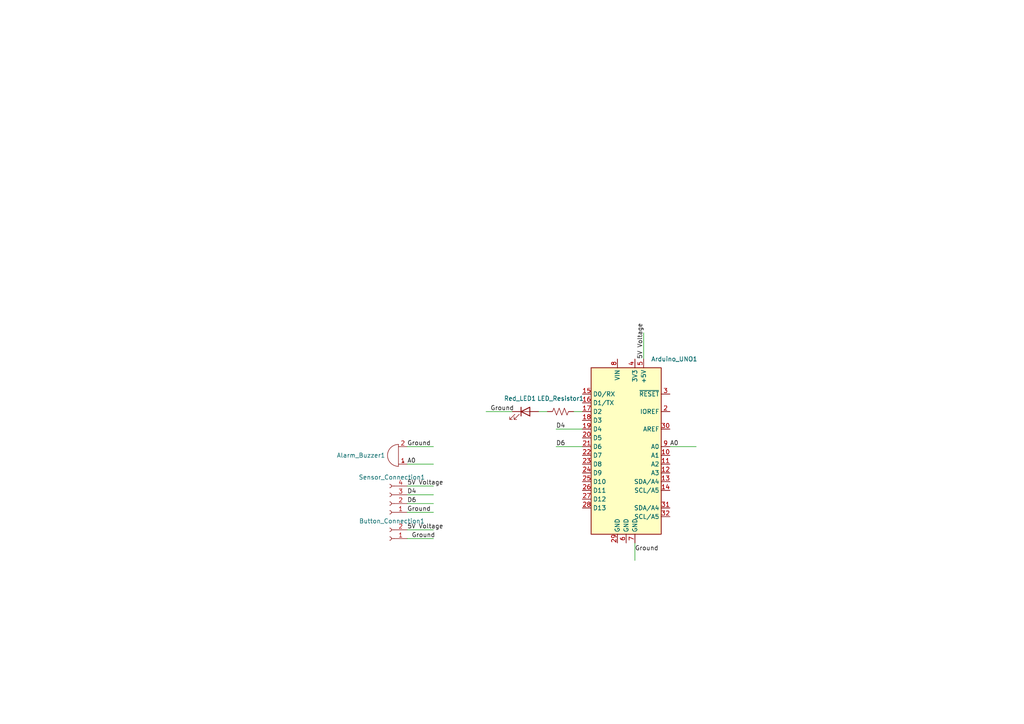
<source format=kicad_sch>
(kicad_sch
	(version 20250114)
	(generator "eeschema")
	(generator_version "9.0")
	(uuid "a511ed54-fefd-4ee7-989f-2d8a051c8b2d")
	(paper "A4")
	(lib_symbols
		(symbol "Connector:Conn_01x02_Socket"
			(pin_names
				(offset 1.016)
				(hide yes)
			)
			(exclude_from_sim no)
			(in_bom yes)
			(on_board yes)
			(property "Reference" "J"
				(at 0 2.54 0)
				(effects
					(font
						(size 1.27 1.27)
					)
				)
			)
			(property "Value" "Conn_01x02_Socket"
				(at 0 -5.08 0)
				(effects
					(font
						(size 1.27 1.27)
					)
				)
			)
			(property "Footprint" ""
				(at 0 0 0)
				(effects
					(font
						(size 1.27 1.27)
					)
					(hide yes)
				)
			)
			(property "Datasheet" "~"
				(at 0 0 0)
				(effects
					(font
						(size 1.27 1.27)
					)
					(hide yes)
				)
			)
			(property "Description" "Generic connector, single row, 01x02, script generated"
				(at 0 0 0)
				(effects
					(font
						(size 1.27 1.27)
					)
					(hide yes)
				)
			)
			(property "ki_locked" ""
				(at 0 0 0)
				(effects
					(font
						(size 1.27 1.27)
					)
				)
			)
			(property "ki_keywords" "connector"
				(at 0 0 0)
				(effects
					(font
						(size 1.27 1.27)
					)
					(hide yes)
				)
			)
			(property "ki_fp_filters" "Connector*:*_1x??_*"
				(at 0 0 0)
				(effects
					(font
						(size 1.27 1.27)
					)
					(hide yes)
				)
			)
			(symbol "Conn_01x02_Socket_1_1"
				(polyline
					(pts
						(xy -1.27 0) (xy -0.508 0)
					)
					(stroke
						(width 0.1524)
						(type default)
					)
					(fill
						(type none)
					)
				)
				(polyline
					(pts
						(xy -1.27 -2.54) (xy -0.508 -2.54)
					)
					(stroke
						(width 0.1524)
						(type default)
					)
					(fill
						(type none)
					)
				)
				(arc
					(start 0 -0.508)
					(mid -0.5058 0)
					(end 0 0.508)
					(stroke
						(width 0.1524)
						(type default)
					)
					(fill
						(type none)
					)
				)
				(arc
					(start 0 -3.048)
					(mid -0.5058 -2.54)
					(end 0 -2.032)
					(stroke
						(width 0.1524)
						(type default)
					)
					(fill
						(type none)
					)
				)
				(pin passive line
					(at -5.08 0 0)
					(length 3.81)
					(name "Pin_1"
						(effects
							(font
								(size 1.27 1.27)
							)
						)
					)
					(number "1"
						(effects
							(font
								(size 1.27 1.27)
							)
						)
					)
				)
				(pin passive line
					(at -5.08 -2.54 0)
					(length 3.81)
					(name "Pin_2"
						(effects
							(font
								(size 1.27 1.27)
							)
						)
					)
					(number "2"
						(effects
							(font
								(size 1.27 1.27)
							)
						)
					)
				)
			)
			(embedded_fonts no)
		)
		(symbol "Connector:Conn_01x04_Socket"
			(pin_names
				(offset 1.016)
				(hide yes)
			)
			(exclude_from_sim no)
			(in_bom yes)
			(on_board yes)
			(property "Reference" "J"
				(at 0 5.08 0)
				(effects
					(font
						(size 1.27 1.27)
					)
				)
			)
			(property "Value" "Conn_01x04_Socket"
				(at 0 -7.62 0)
				(effects
					(font
						(size 1.27 1.27)
					)
				)
			)
			(property "Footprint" ""
				(at 0 0 0)
				(effects
					(font
						(size 1.27 1.27)
					)
					(hide yes)
				)
			)
			(property "Datasheet" "~"
				(at 0 0 0)
				(effects
					(font
						(size 1.27 1.27)
					)
					(hide yes)
				)
			)
			(property "Description" "Generic connector, single row, 01x04, script generated"
				(at 0 0 0)
				(effects
					(font
						(size 1.27 1.27)
					)
					(hide yes)
				)
			)
			(property "ki_locked" ""
				(at 0 0 0)
				(effects
					(font
						(size 1.27 1.27)
					)
				)
			)
			(property "ki_keywords" "connector"
				(at 0 0 0)
				(effects
					(font
						(size 1.27 1.27)
					)
					(hide yes)
				)
			)
			(property "ki_fp_filters" "Connector*:*_1x??_*"
				(at 0 0 0)
				(effects
					(font
						(size 1.27 1.27)
					)
					(hide yes)
				)
			)
			(symbol "Conn_01x04_Socket_1_1"
				(polyline
					(pts
						(xy -1.27 2.54) (xy -0.508 2.54)
					)
					(stroke
						(width 0.1524)
						(type default)
					)
					(fill
						(type none)
					)
				)
				(polyline
					(pts
						(xy -1.27 0) (xy -0.508 0)
					)
					(stroke
						(width 0.1524)
						(type default)
					)
					(fill
						(type none)
					)
				)
				(polyline
					(pts
						(xy -1.27 -2.54) (xy -0.508 -2.54)
					)
					(stroke
						(width 0.1524)
						(type default)
					)
					(fill
						(type none)
					)
				)
				(polyline
					(pts
						(xy -1.27 -5.08) (xy -0.508 -5.08)
					)
					(stroke
						(width 0.1524)
						(type default)
					)
					(fill
						(type none)
					)
				)
				(arc
					(start 0 2.032)
					(mid -0.5058 2.54)
					(end 0 3.048)
					(stroke
						(width 0.1524)
						(type default)
					)
					(fill
						(type none)
					)
				)
				(arc
					(start 0 -0.508)
					(mid -0.5058 0)
					(end 0 0.508)
					(stroke
						(width 0.1524)
						(type default)
					)
					(fill
						(type none)
					)
				)
				(arc
					(start 0 -3.048)
					(mid -0.5058 -2.54)
					(end 0 -2.032)
					(stroke
						(width 0.1524)
						(type default)
					)
					(fill
						(type none)
					)
				)
				(arc
					(start 0 -5.588)
					(mid -0.5058 -5.08)
					(end 0 -4.572)
					(stroke
						(width 0.1524)
						(type default)
					)
					(fill
						(type none)
					)
				)
				(pin passive line
					(at -5.08 2.54 0)
					(length 3.81)
					(name "Pin_1"
						(effects
							(font
								(size 1.27 1.27)
							)
						)
					)
					(number "1"
						(effects
							(font
								(size 1.27 1.27)
							)
						)
					)
				)
				(pin passive line
					(at -5.08 0 0)
					(length 3.81)
					(name "Pin_2"
						(effects
							(font
								(size 1.27 1.27)
							)
						)
					)
					(number "2"
						(effects
							(font
								(size 1.27 1.27)
							)
						)
					)
				)
				(pin passive line
					(at -5.08 -2.54 0)
					(length 3.81)
					(name "Pin_3"
						(effects
							(font
								(size 1.27 1.27)
							)
						)
					)
					(number "3"
						(effects
							(font
								(size 1.27 1.27)
							)
						)
					)
				)
				(pin passive line
					(at -5.08 -5.08 0)
					(length 3.81)
					(name "Pin_4"
						(effects
							(font
								(size 1.27 1.27)
							)
						)
					)
					(number "4"
						(effects
							(font
								(size 1.27 1.27)
							)
						)
					)
				)
			)
			(embedded_fonts no)
		)
		(symbol "Device:Buzzer"
			(pin_names
				(offset 0.0254)
				(hide yes)
			)
			(exclude_from_sim no)
			(in_bom yes)
			(on_board yes)
			(property "Reference" "BZ"
				(at 3.81 1.27 0)
				(effects
					(font
						(size 1.27 1.27)
					)
					(justify left)
				)
			)
			(property "Value" "Buzzer"
				(at 3.81 -1.27 0)
				(effects
					(font
						(size 1.27 1.27)
					)
					(justify left)
				)
			)
			(property "Footprint" ""
				(at -0.635 2.54 90)
				(effects
					(font
						(size 1.27 1.27)
					)
					(hide yes)
				)
			)
			(property "Datasheet" "~"
				(at -0.635 2.54 90)
				(effects
					(font
						(size 1.27 1.27)
					)
					(hide yes)
				)
			)
			(property "Description" "Buzzer, polarized"
				(at 0 0 0)
				(effects
					(font
						(size 1.27 1.27)
					)
					(hide yes)
				)
			)
			(property "ki_keywords" "quartz resonator ceramic"
				(at 0 0 0)
				(effects
					(font
						(size 1.27 1.27)
					)
					(hide yes)
				)
			)
			(property "ki_fp_filters" "*Buzzer*"
				(at 0 0 0)
				(effects
					(font
						(size 1.27 1.27)
					)
					(hide yes)
				)
			)
			(symbol "Buzzer_0_1"
				(polyline
					(pts
						(xy -1.651 1.905) (xy -1.143 1.905)
					)
					(stroke
						(width 0)
						(type default)
					)
					(fill
						(type none)
					)
				)
				(polyline
					(pts
						(xy -1.397 2.159) (xy -1.397 1.651)
					)
					(stroke
						(width 0)
						(type default)
					)
					(fill
						(type none)
					)
				)
				(arc
					(start 0 3.175)
					(mid 3.1612 0)
					(end 0 -3.175)
					(stroke
						(width 0)
						(type default)
					)
					(fill
						(type none)
					)
				)
				(polyline
					(pts
						(xy 0 3.175) (xy 0 -3.175)
					)
					(stroke
						(width 0)
						(type default)
					)
					(fill
						(type none)
					)
				)
			)
			(symbol "Buzzer_1_1"
				(pin passive line
					(at -2.54 2.54 0)
					(length 2.54)
					(name "+"
						(effects
							(font
								(size 1.27 1.27)
							)
						)
					)
					(number "1"
						(effects
							(font
								(size 1.27 1.27)
							)
						)
					)
				)
				(pin passive line
					(at -2.54 -2.54 0)
					(length 2.54)
					(name "-"
						(effects
							(font
								(size 1.27 1.27)
							)
						)
					)
					(number "2"
						(effects
							(font
								(size 1.27 1.27)
							)
						)
					)
				)
			)
			(embedded_fonts no)
		)
		(symbol "Device:LED"
			(pin_numbers
				(hide yes)
			)
			(pin_names
				(offset 1.016)
				(hide yes)
			)
			(exclude_from_sim no)
			(in_bom yes)
			(on_board yes)
			(property "Reference" "D"
				(at 0 2.54 0)
				(effects
					(font
						(size 1.27 1.27)
					)
				)
			)
			(property "Value" "LED"
				(at 0 -2.54 0)
				(effects
					(font
						(size 1.27 1.27)
					)
				)
			)
			(property "Footprint" ""
				(at 0 0 0)
				(effects
					(font
						(size 1.27 1.27)
					)
					(hide yes)
				)
			)
			(property "Datasheet" "~"
				(at 0 0 0)
				(effects
					(font
						(size 1.27 1.27)
					)
					(hide yes)
				)
			)
			(property "Description" "Light emitting diode"
				(at 0 0 0)
				(effects
					(font
						(size 1.27 1.27)
					)
					(hide yes)
				)
			)
			(property "Sim.Pins" "1=K 2=A"
				(at 0 0 0)
				(effects
					(font
						(size 1.27 1.27)
					)
					(hide yes)
				)
			)
			(property "ki_keywords" "LED diode"
				(at 0 0 0)
				(effects
					(font
						(size 1.27 1.27)
					)
					(hide yes)
				)
			)
			(property "ki_fp_filters" "LED* LED_SMD:* LED_THT:*"
				(at 0 0 0)
				(effects
					(font
						(size 1.27 1.27)
					)
					(hide yes)
				)
			)
			(symbol "LED_0_1"
				(polyline
					(pts
						(xy -3.048 -0.762) (xy -4.572 -2.286) (xy -3.81 -2.286) (xy -4.572 -2.286) (xy -4.572 -1.524)
					)
					(stroke
						(width 0)
						(type default)
					)
					(fill
						(type none)
					)
				)
				(polyline
					(pts
						(xy -1.778 -0.762) (xy -3.302 -2.286) (xy -2.54 -2.286) (xy -3.302 -2.286) (xy -3.302 -1.524)
					)
					(stroke
						(width 0)
						(type default)
					)
					(fill
						(type none)
					)
				)
				(polyline
					(pts
						(xy -1.27 0) (xy 1.27 0)
					)
					(stroke
						(width 0)
						(type default)
					)
					(fill
						(type none)
					)
				)
				(polyline
					(pts
						(xy -1.27 -1.27) (xy -1.27 1.27)
					)
					(stroke
						(width 0.254)
						(type default)
					)
					(fill
						(type none)
					)
				)
				(polyline
					(pts
						(xy 1.27 -1.27) (xy 1.27 1.27) (xy -1.27 0) (xy 1.27 -1.27)
					)
					(stroke
						(width 0.254)
						(type default)
					)
					(fill
						(type none)
					)
				)
			)
			(symbol "LED_1_1"
				(pin passive line
					(at -3.81 0 0)
					(length 2.54)
					(name "K"
						(effects
							(font
								(size 1.27 1.27)
							)
						)
					)
					(number "1"
						(effects
							(font
								(size 1.27 1.27)
							)
						)
					)
				)
				(pin passive line
					(at 3.81 0 180)
					(length 2.54)
					(name "A"
						(effects
							(font
								(size 1.27 1.27)
							)
						)
					)
					(number "2"
						(effects
							(font
								(size 1.27 1.27)
							)
						)
					)
				)
			)
			(embedded_fonts no)
		)
		(symbol "Device:R_US"
			(pin_numbers
				(hide yes)
			)
			(pin_names
				(offset 0)
			)
			(exclude_from_sim no)
			(in_bom yes)
			(on_board yes)
			(property "Reference" "R"
				(at 2.54 0 90)
				(effects
					(font
						(size 1.27 1.27)
					)
				)
			)
			(property "Value" "R_US"
				(at -2.54 0 90)
				(effects
					(font
						(size 1.27 1.27)
					)
				)
			)
			(property "Footprint" ""
				(at 1.016 -0.254 90)
				(effects
					(font
						(size 1.27 1.27)
					)
					(hide yes)
				)
			)
			(property "Datasheet" "~"
				(at 0 0 0)
				(effects
					(font
						(size 1.27 1.27)
					)
					(hide yes)
				)
			)
			(property "Description" "Resistor, US symbol"
				(at 0 0 0)
				(effects
					(font
						(size 1.27 1.27)
					)
					(hide yes)
				)
			)
			(property "ki_keywords" "R res resistor"
				(at 0 0 0)
				(effects
					(font
						(size 1.27 1.27)
					)
					(hide yes)
				)
			)
			(property "ki_fp_filters" "R_*"
				(at 0 0 0)
				(effects
					(font
						(size 1.27 1.27)
					)
					(hide yes)
				)
			)
			(symbol "R_US_0_1"
				(polyline
					(pts
						(xy 0 2.286) (xy 0 2.54)
					)
					(stroke
						(width 0)
						(type default)
					)
					(fill
						(type none)
					)
				)
				(polyline
					(pts
						(xy 0 2.286) (xy 1.016 1.905) (xy 0 1.524) (xy -1.016 1.143) (xy 0 0.762)
					)
					(stroke
						(width 0)
						(type default)
					)
					(fill
						(type none)
					)
				)
				(polyline
					(pts
						(xy 0 0.762) (xy 1.016 0.381) (xy 0 0) (xy -1.016 -0.381) (xy 0 -0.762)
					)
					(stroke
						(width 0)
						(type default)
					)
					(fill
						(type none)
					)
				)
				(polyline
					(pts
						(xy 0 -0.762) (xy 1.016 -1.143) (xy 0 -1.524) (xy -1.016 -1.905) (xy 0 -2.286)
					)
					(stroke
						(width 0)
						(type default)
					)
					(fill
						(type none)
					)
				)
				(polyline
					(pts
						(xy 0 -2.286) (xy 0 -2.54)
					)
					(stroke
						(width 0)
						(type default)
					)
					(fill
						(type none)
					)
				)
			)
			(symbol "R_US_1_1"
				(pin passive line
					(at 0 3.81 270)
					(length 1.27)
					(name "~"
						(effects
							(font
								(size 1.27 1.27)
							)
						)
					)
					(number "1"
						(effects
							(font
								(size 1.27 1.27)
							)
						)
					)
				)
				(pin passive line
					(at 0 -3.81 90)
					(length 1.27)
					(name "~"
						(effects
							(font
								(size 1.27 1.27)
							)
						)
					)
					(number "2"
						(effects
							(font
								(size 1.27 1.27)
							)
						)
					)
				)
			)
			(embedded_fonts no)
		)
		(symbol "MCU_Module:Arduino_UNO_R3"
			(exclude_from_sim no)
			(in_bom yes)
			(on_board yes)
			(property "Reference" "A"
				(at -10.16 23.495 0)
				(effects
					(font
						(size 1.27 1.27)
					)
					(justify left bottom)
				)
			)
			(property "Value" "Arduino_UNO_R3"
				(at 5.08 -26.67 0)
				(effects
					(font
						(size 1.27 1.27)
					)
					(justify left top)
				)
			)
			(property "Footprint" "Module:Arduino_UNO_R3"
				(at 0 0 0)
				(effects
					(font
						(size 1.27 1.27)
						(italic yes)
					)
					(hide yes)
				)
			)
			(property "Datasheet" "https://www.arduino.cc/en/Main/arduinoBoardUno"
				(at 0 0 0)
				(effects
					(font
						(size 1.27 1.27)
					)
					(hide yes)
				)
			)
			(property "Description" "Arduino UNO Microcontroller Module, release 3"
				(at 0 0 0)
				(effects
					(font
						(size 1.27 1.27)
					)
					(hide yes)
				)
			)
			(property "ki_keywords" "Arduino UNO R3 Microcontroller Module Atmel AVR USB"
				(at 0 0 0)
				(effects
					(font
						(size 1.27 1.27)
					)
					(hide yes)
				)
			)
			(property "ki_fp_filters" "Arduino*UNO*R3*"
				(at 0 0 0)
				(effects
					(font
						(size 1.27 1.27)
					)
					(hide yes)
				)
			)
			(symbol "Arduino_UNO_R3_0_1"
				(rectangle
					(start -10.16 22.86)
					(end 10.16 -25.4)
					(stroke
						(width 0.254)
						(type default)
					)
					(fill
						(type background)
					)
				)
			)
			(symbol "Arduino_UNO_R3_1_1"
				(pin bidirectional line
					(at -12.7 15.24 0)
					(length 2.54)
					(name "D0/RX"
						(effects
							(font
								(size 1.27 1.27)
							)
						)
					)
					(number "15"
						(effects
							(font
								(size 1.27 1.27)
							)
						)
					)
				)
				(pin bidirectional line
					(at -12.7 12.7 0)
					(length 2.54)
					(name "D1/TX"
						(effects
							(font
								(size 1.27 1.27)
							)
						)
					)
					(number "16"
						(effects
							(font
								(size 1.27 1.27)
							)
						)
					)
				)
				(pin bidirectional line
					(at -12.7 10.16 0)
					(length 2.54)
					(name "D2"
						(effects
							(font
								(size 1.27 1.27)
							)
						)
					)
					(number "17"
						(effects
							(font
								(size 1.27 1.27)
							)
						)
					)
				)
				(pin bidirectional line
					(at -12.7 7.62 0)
					(length 2.54)
					(name "D3"
						(effects
							(font
								(size 1.27 1.27)
							)
						)
					)
					(number "18"
						(effects
							(font
								(size 1.27 1.27)
							)
						)
					)
				)
				(pin bidirectional line
					(at -12.7 5.08 0)
					(length 2.54)
					(name "D4"
						(effects
							(font
								(size 1.27 1.27)
							)
						)
					)
					(number "19"
						(effects
							(font
								(size 1.27 1.27)
							)
						)
					)
				)
				(pin bidirectional line
					(at -12.7 2.54 0)
					(length 2.54)
					(name "D5"
						(effects
							(font
								(size 1.27 1.27)
							)
						)
					)
					(number "20"
						(effects
							(font
								(size 1.27 1.27)
							)
						)
					)
				)
				(pin bidirectional line
					(at -12.7 0 0)
					(length 2.54)
					(name "D6"
						(effects
							(font
								(size 1.27 1.27)
							)
						)
					)
					(number "21"
						(effects
							(font
								(size 1.27 1.27)
							)
						)
					)
				)
				(pin bidirectional line
					(at -12.7 -2.54 0)
					(length 2.54)
					(name "D7"
						(effects
							(font
								(size 1.27 1.27)
							)
						)
					)
					(number "22"
						(effects
							(font
								(size 1.27 1.27)
							)
						)
					)
				)
				(pin bidirectional line
					(at -12.7 -5.08 0)
					(length 2.54)
					(name "D8"
						(effects
							(font
								(size 1.27 1.27)
							)
						)
					)
					(number "23"
						(effects
							(font
								(size 1.27 1.27)
							)
						)
					)
				)
				(pin bidirectional line
					(at -12.7 -7.62 0)
					(length 2.54)
					(name "D9"
						(effects
							(font
								(size 1.27 1.27)
							)
						)
					)
					(number "24"
						(effects
							(font
								(size 1.27 1.27)
							)
						)
					)
				)
				(pin bidirectional line
					(at -12.7 -10.16 0)
					(length 2.54)
					(name "D10"
						(effects
							(font
								(size 1.27 1.27)
							)
						)
					)
					(number "25"
						(effects
							(font
								(size 1.27 1.27)
							)
						)
					)
				)
				(pin bidirectional line
					(at -12.7 -12.7 0)
					(length 2.54)
					(name "D11"
						(effects
							(font
								(size 1.27 1.27)
							)
						)
					)
					(number "26"
						(effects
							(font
								(size 1.27 1.27)
							)
						)
					)
				)
				(pin bidirectional line
					(at -12.7 -15.24 0)
					(length 2.54)
					(name "D12"
						(effects
							(font
								(size 1.27 1.27)
							)
						)
					)
					(number "27"
						(effects
							(font
								(size 1.27 1.27)
							)
						)
					)
				)
				(pin bidirectional line
					(at -12.7 -17.78 0)
					(length 2.54)
					(name "D13"
						(effects
							(font
								(size 1.27 1.27)
							)
						)
					)
					(number "28"
						(effects
							(font
								(size 1.27 1.27)
							)
						)
					)
				)
				(pin no_connect line
					(at -10.16 -20.32 0)
					(length 2.54)
					(hide yes)
					(name "NC"
						(effects
							(font
								(size 1.27 1.27)
							)
						)
					)
					(number "1"
						(effects
							(font
								(size 1.27 1.27)
							)
						)
					)
				)
				(pin power_in line
					(at -2.54 25.4 270)
					(length 2.54)
					(name "VIN"
						(effects
							(font
								(size 1.27 1.27)
							)
						)
					)
					(number "8"
						(effects
							(font
								(size 1.27 1.27)
							)
						)
					)
				)
				(pin power_in line
					(at -2.54 -27.94 90)
					(length 2.54)
					(name "GND"
						(effects
							(font
								(size 1.27 1.27)
							)
						)
					)
					(number "29"
						(effects
							(font
								(size 1.27 1.27)
							)
						)
					)
				)
				(pin power_in line
					(at 0 -27.94 90)
					(length 2.54)
					(name "GND"
						(effects
							(font
								(size 1.27 1.27)
							)
						)
					)
					(number "6"
						(effects
							(font
								(size 1.27 1.27)
							)
						)
					)
				)
				(pin power_out line
					(at 2.54 25.4 270)
					(length 2.54)
					(name "3V3"
						(effects
							(font
								(size 1.27 1.27)
							)
						)
					)
					(number "4"
						(effects
							(font
								(size 1.27 1.27)
							)
						)
					)
				)
				(pin power_in line
					(at 2.54 -27.94 90)
					(length 2.54)
					(name "GND"
						(effects
							(font
								(size 1.27 1.27)
							)
						)
					)
					(number "7"
						(effects
							(font
								(size 1.27 1.27)
							)
						)
					)
				)
				(pin power_out line
					(at 5.08 25.4 270)
					(length 2.54)
					(name "+5V"
						(effects
							(font
								(size 1.27 1.27)
							)
						)
					)
					(number "5"
						(effects
							(font
								(size 1.27 1.27)
							)
						)
					)
				)
				(pin input line
					(at 12.7 15.24 180)
					(length 2.54)
					(name "~{RESET}"
						(effects
							(font
								(size 1.27 1.27)
							)
						)
					)
					(number "3"
						(effects
							(font
								(size 1.27 1.27)
							)
						)
					)
				)
				(pin output line
					(at 12.7 10.16 180)
					(length 2.54)
					(name "IOREF"
						(effects
							(font
								(size 1.27 1.27)
							)
						)
					)
					(number "2"
						(effects
							(font
								(size 1.27 1.27)
							)
						)
					)
				)
				(pin input line
					(at 12.7 5.08 180)
					(length 2.54)
					(name "AREF"
						(effects
							(font
								(size 1.27 1.27)
							)
						)
					)
					(number "30"
						(effects
							(font
								(size 1.27 1.27)
							)
						)
					)
				)
				(pin bidirectional line
					(at 12.7 0 180)
					(length 2.54)
					(name "A0"
						(effects
							(font
								(size 1.27 1.27)
							)
						)
					)
					(number "9"
						(effects
							(font
								(size 1.27 1.27)
							)
						)
					)
				)
				(pin bidirectional line
					(at 12.7 -2.54 180)
					(length 2.54)
					(name "A1"
						(effects
							(font
								(size 1.27 1.27)
							)
						)
					)
					(number "10"
						(effects
							(font
								(size 1.27 1.27)
							)
						)
					)
				)
				(pin bidirectional line
					(at 12.7 -5.08 180)
					(length 2.54)
					(name "A2"
						(effects
							(font
								(size 1.27 1.27)
							)
						)
					)
					(number "11"
						(effects
							(font
								(size 1.27 1.27)
							)
						)
					)
				)
				(pin bidirectional line
					(at 12.7 -7.62 180)
					(length 2.54)
					(name "A3"
						(effects
							(font
								(size 1.27 1.27)
							)
						)
					)
					(number "12"
						(effects
							(font
								(size 1.27 1.27)
							)
						)
					)
				)
				(pin bidirectional line
					(at 12.7 -10.16 180)
					(length 2.54)
					(name "SDA/A4"
						(effects
							(font
								(size 1.27 1.27)
							)
						)
					)
					(number "13"
						(effects
							(font
								(size 1.27 1.27)
							)
						)
					)
				)
				(pin bidirectional line
					(at 12.7 -12.7 180)
					(length 2.54)
					(name "SCL/A5"
						(effects
							(font
								(size 1.27 1.27)
							)
						)
					)
					(number "14"
						(effects
							(font
								(size 1.27 1.27)
							)
						)
					)
				)
				(pin bidirectional line
					(at 12.7 -17.78 180)
					(length 2.54)
					(name "SDA/A4"
						(effects
							(font
								(size 1.27 1.27)
							)
						)
					)
					(number "31"
						(effects
							(font
								(size 1.27 1.27)
							)
						)
					)
				)
				(pin bidirectional line
					(at 12.7 -20.32 180)
					(length 2.54)
					(name "SCL/A5"
						(effects
							(font
								(size 1.27 1.27)
							)
						)
					)
					(number "32"
						(effects
							(font
								(size 1.27 1.27)
							)
						)
					)
				)
			)
			(embedded_fonts no)
		)
	)
	(wire
		(pts
			(xy 156.21 119.38) (xy 158.75 119.38)
		)
		(stroke
			(width 0)
			(type default)
		)
		(uuid "03c9656f-2110-4df8-954c-5b27a9558c75")
	)
	(wire
		(pts
			(xy 118.11 143.51) (xy 125.73 143.51)
		)
		(stroke
			(width 0)
			(type default)
		)
		(uuid "073fe28a-aac3-4bfb-902e-321115f22466")
	)
	(wire
		(pts
			(xy 194.31 129.54) (xy 201.93 129.54)
		)
		(stroke
			(width 0)
			(type default)
		)
		(uuid "104622fd-3a47-4eb0-aae5-830cf873b448")
	)
	(wire
		(pts
			(xy 118.11 134.62) (xy 125.73 134.62)
		)
		(stroke
			(width 0)
			(type default)
		)
		(uuid "3b63940f-7b09-4a04-b478-e82198d0a248")
	)
	(wire
		(pts
			(xy 166.37 119.38) (xy 168.91 119.38)
		)
		(stroke
			(width 0)
			(type default)
		)
		(uuid "413935b9-7cc6-42c0-9948-1c761ed9146d")
	)
	(wire
		(pts
			(xy 118.11 156.21) (xy 125.73 156.21)
		)
		(stroke
			(width 0)
			(type default)
		)
		(uuid "5a8e7ee6-585a-4006-a797-1c04da73c239")
	)
	(wire
		(pts
			(xy 161.29 129.54) (xy 168.91 129.54)
		)
		(stroke
			(width 0)
			(type default)
		)
		(uuid "6e68ebcd-51a8-46c2-ba0d-07a8f9e94b6c")
	)
	(wire
		(pts
			(xy 186.69 104.14) (xy 186.69 96.52)
		)
		(stroke
			(width 0)
			(type default)
		)
		(uuid "724e3313-1d40-4796-8a07-afcfaf5cf2f1")
	)
	(wire
		(pts
			(xy 118.11 153.67) (xy 125.73 153.67)
		)
		(stroke
			(width 0)
			(type default)
		)
		(uuid "7c92e6ce-1979-4011-8cb6-c743c5211386")
	)
	(wire
		(pts
			(xy 118.11 140.97) (xy 125.73 140.97)
		)
		(stroke
			(width 0)
			(type default)
		)
		(uuid "7cbc45b6-003e-4da7-8815-27dac22640a9")
	)
	(wire
		(pts
			(xy 118.11 146.05) (xy 125.73 146.05)
		)
		(stroke
			(width 0)
			(type default)
		)
		(uuid "80a387a2-53e1-444d-87c2-4bd152ddf96b")
	)
	(wire
		(pts
			(xy 161.29 124.46) (xy 168.91 124.46)
		)
		(stroke
			(width 0)
			(type default)
		)
		(uuid "88c9e8df-81e3-4642-be70-4a3488f389ad")
	)
	(wire
		(pts
			(xy 118.11 148.59) (xy 125.73 148.59)
		)
		(stroke
			(width 0)
			(type default)
		)
		(uuid "8e892448-45da-4157-8d71-3d68df408771")
	)
	(wire
		(pts
			(xy 140.97 119.38) (xy 148.59 119.38)
		)
		(stroke
			(width 0)
			(type default)
		)
		(uuid "92c71700-9a7a-4d84-8829-c1aaf2c8d706")
	)
	(wire
		(pts
			(xy 184.15 157.48) (xy 184.15 162.56)
		)
		(stroke
			(width 0)
			(type default)
		)
		(uuid "e22a035e-c755-43f1-b2c8-1acfac50caf3")
	)
	(wire
		(pts
			(xy 118.11 129.54) (xy 125.73 129.54)
		)
		(stroke
			(width 0)
			(type default)
		)
		(uuid "e3f3af4d-23ee-4e72-aef9-88c536125ae5")
	)
	(label "A0"
		(at 118.11 134.62 0)
		(effects
			(font
				(size 1.27 1.27)
			)
			(justify left bottom)
		)
		(uuid "02549621-192e-4c4c-90e3-30eaae99bc75")
	)
	(label "5V Voltage"
		(at 118.11 140.97 0)
		(effects
			(font
				(size 1.27 1.27)
			)
			(justify left bottom)
		)
		(uuid "111a04b4-6c10-47ba-bf1a-94355a5b823d")
	)
	(label "5V Voltage"
		(at 186.69 104.14 90)
		(effects
			(font
				(size 1.27 1.27)
			)
			(justify left bottom)
		)
		(uuid "1f0625b4-97c3-470a-90c3-d9dd685ae4cc")
	)
	(label "5V Voltage"
		(at 118.11 153.67 0)
		(effects
			(font
				(size 1.27 1.27)
			)
			(justify left bottom)
		)
		(uuid "20ad5364-dad0-490b-bed5-a53de154438d")
	)
	(label "Ground"
		(at 119.38 156.21 0)
		(effects
			(font
				(size 1.27 1.27)
			)
			(justify left bottom)
		)
		(uuid "3a88ffed-d79a-435c-8f31-9b6d3373a0fc")
	)
	(label "Ground"
		(at 142.24 119.38 0)
		(effects
			(font
				(size 1.27 1.27)
			)
			(justify left bottom)
		)
		(uuid "3adf0798-301d-4cac-843c-5e0e37796c1e")
	)
	(label "D6"
		(at 118.11 146.05 0)
		(effects
			(font
				(size 1.27 1.27)
			)
			(justify left bottom)
		)
		(uuid "48f7818e-0e36-4ba4-8f3d-fb4d93e99426")
	)
	(label "Ground"
		(at 118.11 148.59 0)
		(effects
			(font
				(size 1.27 1.27)
			)
			(justify left bottom)
		)
		(uuid "666deb91-2005-40a9-994e-70d76eb65f4e")
	)
	(label "D6"
		(at 161.29 129.54 0)
		(effects
			(font
				(size 1.27 1.27)
			)
			(justify left bottom)
		)
		(uuid "8d65ae50-132d-4d0e-be78-3b0714c4ed2a")
	)
	(label "D4"
		(at 118.11 143.51 0)
		(effects
			(font
				(size 1.27 1.27)
			)
			(justify left bottom)
		)
		(uuid "966252d6-6673-447a-afdb-d27745fc3fa3")
	)
	(label "Ground"
		(at 184.15 160.02 0)
		(effects
			(font
				(size 1.27 1.27)
			)
			(justify left bottom)
		)
		(uuid "aa51aa73-2447-4726-9b4b-1ab59172016f")
	)
	(label "A0"
		(at 194.31 129.54 0)
		(effects
			(font
				(size 1.27 1.27)
			)
			(justify left bottom)
		)
		(uuid "d1e47d86-d1ea-4b73-ab9d-01ef75851371")
	)
	(label "D4"
		(at 161.29 124.46 0)
		(effects
			(font
				(size 1.27 1.27)
			)
			(justify left bottom)
		)
		(uuid "d9feff54-fce3-4cee-9ea4-6deb9620d871")
	)
	(label "Ground"
		(at 118.11 129.54 0)
		(effects
			(font
				(size 1.27 1.27)
			)
			(justify left bottom)
		)
		(uuid "fdcfc9e1-43a4-4a13-90cb-08ebf5e9259b")
	)
	(symbol
		(lib_id "Connector:Conn_01x04_Socket")
		(at 113.03 146.05 180)
		(unit 1)
		(exclude_from_sim no)
		(in_bom yes)
		(on_board yes)
		(dnp no)
		(fields_autoplaced yes)
		(uuid "57bcbbca-ac03-4cd6-a258-14bb884ede14")
		(property "Reference" "Sensor_Connection1"
			(at 113.665 138.43 0)
			(effects
				(font
					(size 1.27 1.27)
				)
			)
		)
		(property "Value" "Conn_01x04_Socket"
			(at 111.76 143.5101 0)
			(effects
				(font
					(size 1.27 1.27)
				)
				(justify left)
				(hide yes)
			)
		)
		(property "Footprint" "Connector_PinSocket_2.54mm:PinSocket_1x04_P2.54mm_Vertical"
			(at 113.03 146.05 0)
			(effects
				(font
					(size 1.27 1.27)
				)
				(hide yes)
			)
		)
		(property "Datasheet" "~"
			(at 113.03 146.05 0)
			(effects
				(font
					(size 1.27 1.27)
				)
				(hide yes)
			)
		)
		(property "Description" "Generic connector, single row, 01x04, script generated"
			(at 113.03 146.05 0)
			(effects
				(font
					(size 1.27 1.27)
				)
				(hide yes)
			)
		)
		(pin "4"
			(uuid "24583a5f-b622-4f7b-a3db-23b74a243d03")
		)
		(pin "3"
			(uuid "caf9861d-52d6-4069-946c-8afc26dbe4d9")
		)
		(pin "1"
			(uuid "a5282bbf-1436-4f63-bc58-1bcdf8a0422c")
		)
		(pin "2"
			(uuid "72aff517-ec32-4a4b-bfac-86ed2af32bf0")
		)
		(instances
			(project ""
				(path "/a511ed54-fefd-4ee7-989f-2d8a051c8b2d"
					(reference "Sensor_Connection1")
					(unit 1)
				)
			)
		)
	)
	(symbol
		(lib_id "MCU_Module:Arduino_UNO_R3")
		(at 181.61 129.54 0)
		(unit 1)
		(exclude_from_sim no)
		(in_bom yes)
		(on_board yes)
		(dnp no)
		(fields_autoplaced yes)
		(uuid "9e03ec97-8683-4185-a493-8980b1048371")
		(property "Reference" "Arduino_UNO1"
			(at 188.8333 104.14 0)
			(effects
				(font
					(size 1.27 1.27)
				)
				(justify left)
			)
		)
		(property "Value" "Arduino_UNO_R3"
			(at 188.8333 104.14 0)
			(effects
				(font
					(size 1.27 1.27)
				)
				(justify left)
				(hide yes)
			)
		)
		(property "Footprint" "Module:Arduino_UNO_R3"
			(at 181.61 129.54 0)
			(effects
				(font
					(size 1.27 1.27)
					(italic yes)
				)
				(hide yes)
			)
		)
		(property "Datasheet" "https://www.arduino.cc/en/Main/arduinoBoardUno"
			(at 181.61 129.54 0)
			(effects
				(font
					(size 1.27 1.27)
				)
				(hide yes)
			)
		)
		(property "Description" "Arduino UNO Microcontroller Module, release 3"
			(at 181.61 129.54 0)
			(effects
				(font
					(size 1.27 1.27)
				)
				(hide yes)
			)
		)
		(pin "15"
			(uuid "23c1afd1-a1f5-4ffb-ab64-c86494b42990")
		)
		(pin "3"
			(uuid "124fd17d-6391-4927-bfd2-2fa67260a337")
		)
		(pin "23"
			(uuid "111949c5-e28b-4af7-b137-24e25bf9282c")
		)
		(pin "25"
			(uuid "d9866ff6-577f-4e54-ad22-c4f2a9607a90")
		)
		(pin "16"
			(uuid "840293f8-d988-40ff-8702-d680f86ab722")
		)
		(pin "18"
			(uuid "2b1a9055-2492-4d50-a7d3-1816cfead03e")
		)
		(pin "22"
			(uuid "a5a8d40d-9093-444b-a7cc-e5263fe678ca")
		)
		(pin "26"
			(uuid "9dd2f046-74f4-4912-945f-ea5cb414e77c")
		)
		(pin "21"
			(uuid "766192c7-327b-4506-aedd-ceccf689d65a")
		)
		(pin "27"
			(uuid "af9fbed7-15d5-479b-9029-b8768cce630d")
		)
		(pin "8"
			(uuid "7293855d-6f3a-4c97-9d8b-1e2a756589d6")
		)
		(pin "29"
			(uuid "fee28d45-0f25-4883-bcca-6afd17debcf5")
		)
		(pin "28"
			(uuid "0cdfdf23-f03c-4604-979f-d43ac81662f9")
		)
		(pin "19"
			(uuid "3b0ab79a-7b55-484e-9d1e-eb6e88181e15")
		)
		(pin "1"
			(uuid "6d0b467f-d213-4de6-855d-f3ef24792e9a")
		)
		(pin "7"
			(uuid "97ecb951-b905-4088-82cb-7cc5a176c96c")
		)
		(pin "5"
			(uuid "a3cc3923-8770-4933-b31c-1fa70c7a8f60")
		)
		(pin "24"
			(uuid "c6891c8c-2cb2-4243-8862-78b27e7bc634")
		)
		(pin "9"
			(uuid "cea9c692-8b98-4b31-a194-06fd07b2846b")
		)
		(pin "4"
			(uuid "4f3c6548-ea87-47d3-97d8-8b004e520ecf")
		)
		(pin "17"
			(uuid "6a0f1fbe-8d8c-4e33-ba5d-dfa80442b59d")
		)
		(pin "20"
			(uuid "903b3f17-2884-48cf-bdd4-0c90242eb2ea")
		)
		(pin "6"
			(uuid "4c9910b5-11e7-4d86-9936-95fa0cff8a33")
		)
		(pin "2"
			(uuid "2126983b-00b0-4ef0-adff-cf3f5a1b9821")
		)
		(pin "30"
			(uuid "97a96b44-19da-4e32-a9d6-c3711d3d8259")
		)
		(pin "32"
			(uuid "b91b9590-238c-41e3-82e5-f070dc09746b")
		)
		(pin "12"
			(uuid "d011fa11-57cb-4235-aef7-4031a46ec9fc")
		)
		(pin "13"
			(uuid "263a87bd-612d-44bc-aaf8-880ffe829416")
		)
		(pin "31"
			(uuid "b59a894d-216c-4606-8163-cc2343417d7c")
		)
		(pin "10"
			(uuid "e5ee00cb-f64c-4255-b7b7-dc4775716b9e")
		)
		(pin "14"
			(uuid "e414058a-02ce-4fac-a4cb-9f9902382920")
		)
		(pin "11"
			(uuid "936068a7-0f5f-4e00-bb36-5fb65d83625d")
		)
		(instances
			(project ""
				(path "/a511ed54-fefd-4ee7-989f-2d8a051c8b2d"
					(reference "Arduino_UNO1")
					(unit 1)
				)
			)
		)
	)
	(symbol
		(lib_id "Device:LED")
		(at 152.4 119.38 0)
		(unit 1)
		(exclude_from_sim no)
		(in_bom yes)
		(on_board yes)
		(dnp no)
		(uuid "da45b5ae-e02f-4005-b2b9-adb02044d5e1")
		(property "Reference" "Red_LED1"
			(at 150.8125 115.57 0)
			(effects
				(font
					(size 1.27 1.27)
				)
			)
		)
		(property "Value" "LED"
			(at 150.8125 115.57 0)
			(effects
				(font
					(size 1.27 1.27)
				)
				(hide yes)
			)
		)
		(property "Footprint" "LED_THT:LED_D5.0mm_Horizontal_O6.35mm_Z9.0mm"
			(at 152.4 119.38 0)
			(effects
				(font
					(size 1.27 1.27)
				)
				(hide yes)
			)
		)
		(property "Datasheet" "~"
			(at 152.4 119.38 0)
			(effects
				(font
					(size 1.27 1.27)
				)
				(hide yes)
			)
		)
		(property "Description" "Light emitting diode"
			(at 152.4 119.38 0)
			(effects
				(font
					(size 1.27 1.27)
				)
				(hide yes)
			)
		)
		(property "Sim.Pins" "1=K 2=A"
			(at 152.4 119.38 0)
			(effects
				(font
					(size 1.27 1.27)
				)
				(hide yes)
			)
		)
		(pin "2"
			(uuid "778e5772-6500-4083-a3a2-6866fbe7c105")
		)
		(pin "1"
			(uuid "ab156681-fc67-4fdf-94ba-b11d6f783dfb")
		)
		(instances
			(project ""
				(path "/a511ed54-fefd-4ee7-989f-2d8a051c8b2d"
					(reference "Red_LED1")
					(unit 1)
				)
			)
		)
	)
	(symbol
		(lib_id "Device:Buzzer")
		(at 115.57 132.08 180)
		(unit 1)
		(exclude_from_sim no)
		(in_bom yes)
		(on_board yes)
		(dnp no)
		(uuid "df1a13c8-a71a-4845-b10d-aa568f8309c1")
		(property "Reference" "Alarm_Buzzer1"
			(at 111.76 132.0801 0)
			(effects
				(font
					(size 1.27 1.27)
				)
				(justify left)
			)
		)
		(property "Value" "Buzzer"
			(at 111.76 130.8101 0)
			(effects
				(font
					(size 1.27 1.27)
				)
				(justify left)
				(hide yes)
			)
		)
		(property "Footprint" "Buzzer_Beeper:Buzzer_12x9.5RM7.6"
			(at 116.205 134.62 90)
			(effects
				(font
					(size 1.27 1.27)
				)
				(hide yes)
			)
		)
		(property "Datasheet" "~"
			(at 116.205 134.62 90)
			(effects
				(font
					(size 1.27 1.27)
				)
				(hide yes)
			)
		)
		(property "Description" "Buzzer, polarized"
			(at 115.57 132.08 0)
			(effects
				(font
					(size 1.27 1.27)
				)
				(hide yes)
			)
		)
		(pin "1"
			(uuid "c5aa02a4-1649-4a0a-8087-f09f1a3ee180")
		)
		(pin "2"
			(uuid "17d8c647-a706-4439-9437-122078ece9b2")
		)
		(instances
			(project ""
				(path "/a511ed54-fefd-4ee7-989f-2d8a051c8b2d"
					(reference "Alarm_Buzzer1")
					(unit 1)
				)
			)
		)
	)
	(symbol
		(lib_id "Connector:Conn_01x02_Socket")
		(at 113.03 156.21 180)
		(unit 1)
		(exclude_from_sim no)
		(in_bom yes)
		(on_board yes)
		(dnp no)
		(fields_autoplaced yes)
		(uuid "e934c3f2-30c1-419e-9619-4aaa9f05b2aa")
		(property "Reference" "Button_Connection1"
			(at 113.665 151.13 0)
			(effects
				(font
					(size 1.27 1.27)
				)
			)
		)
		(property "Value" "Conn_01x02_Socket"
			(at 111.76 153.6701 0)
			(effects
				(font
					(size 1.27 1.27)
				)
				(justify left)
				(hide yes)
			)
		)
		(property "Footprint" "Button_Switch_THT:SW_PUSH_6mm_H4.3mm"
			(at 113.03 156.21 0)
			(effects
				(font
					(size 1.27 1.27)
				)
				(hide yes)
			)
		)
		(property "Datasheet" "~"
			(at 113.03 156.21 0)
			(effects
				(font
					(size 1.27 1.27)
				)
				(hide yes)
			)
		)
		(property "Description" "Generic connector, single row, 01x02, script generated"
			(at 113.03 156.21 0)
			(effects
				(font
					(size 1.27 1.27)
				)
				(hide yes)
			)
		)
		(pin "1"
			(uuid "676e6eed-2fab-47f9-ae06-5d8c3550d882")
		)
		(pin "2"
			(uuid "5419a9ef-bf48-4691-be1c-70d285bd6b55")
		)
		(instances
			(project ""
				(path "/a511ed54-fefd-4ee7-989f-2d8a051c8b2d"
					(reference "Button_Connection1")
					(unit 1)
				)
			)
		)
	)
	(symbol
		(lib_id "Device:R_US")
		(at 162.56 119.38 90)
		(unit 1)
		(exclude_from_sim no)
		(in_bom yes)
		(on_board yes)
		(dnp no)
		(fields_autoplaced yes)
		(uuid "ee1e134b-de83-4b43-87ad-c5dbce9e33b3")
		(property "Reference" "LED_Resistor1"
			(at 162.56 115.57 90)
			(effects
				(font
					(size 1.27 1.27)
				)
			)
		)
		(property "Value" "R_US"
			(at 163.8299 116.84 0)
			(effects
				(font
					(size 1.27 1.27)
				)
				(justify left)
				(hide yes)
			)
		)
		(property "Footprint" "Resistor_THT:R_Axial_DIN0207_L6.3mm_D2.5mm_P10.16mm_Horizontal"
			(at 162.814 118.364 90)
			(effects
				(font
					(size 1.27 1.27)
				)
				(hide yes)
			)
		)
		(property "Datasheet" "~"
			(at 162.56 119.38 0)
			(effects
				(font
					(size 1.27 1.27)
				)
				(hide yes)
			)
		)
		(property "Description" "Resistor, US symbol"
			(at 162.56 119.38 0)
			(effects
				(font
					(size 1.27 1.27)
				)
				(hide yes)
			)
		)
		(pin "1"
			(uuid "cb37d056-df6d-400a-841c-595ec72e7e9b")
		)
		(pin "2"
			(uuid "794c445d-4255-4f0f-80b4-192e02aa6f66")
		)
		(instances
			(project ""
				(path "/a511ed54-fefd-4ee7-989f-2d8a051c8b2d"
					(reference "LED_Resistor1")
					(unit 1)
				)
			)
		)
	)
	(sheet_instances
		(path "/"
			(page "1")
		)
	)
	(embedded_fonts no)
)

</source>
